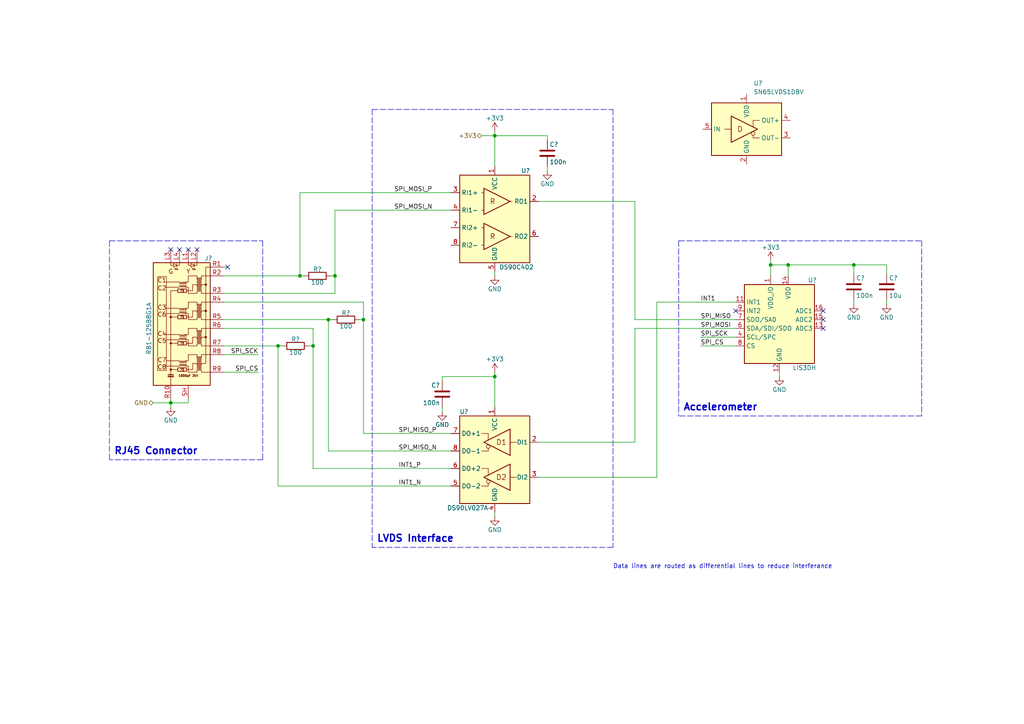
<source format=kicad_sch>
(kicad_sch (version 20211123) (generator eeschema)
  (paper "A4")
  (lib_symbols
    (symbol "Connector:RB1-125B8G1A" (pin_names hide)
      (property "Reference" "J" (at -7.62 20.32 0))
      (property "Value" "RB1-125B8G1A" (at 15.24 20.32 0))
      (symbol "RB1-125B8G1A_0_0"
        (polyline (pts (xy -0.508 -11.938) (xy -2.54 -11.938)))
        (polyline (pts (xy 0 -10.922) (xy -3.81 -10.922)))
        (polyline (pts (xy 0 -9.398) (xy -3.81 -9.398)))
        (polyline (pts (xy 0 -3.302) (xy -3.81 -3.302)))
        (polyline (pts (xy 0 -1.778) (xy -3.81 -1.778)))
        (polyline (pts (xy 0 4.318) (xy -3.81 4.318)))
        (polyline (pts (xy 0 5.842) (xy -3.81 5.842)))
        (polyline (pts (xy 0 11.938) (xy -3.81 11.938)))
        (polyline (pts (xy 0 13.462) (xy -3.81 13.462)))
        (polyline (pts (xy 6.35 5.08) (xy 7.62 5.08)))
        (polyline (pts (xy 7.62 -2.54) (xy 6.35 -2.54)))
        (polyline (pts (xy 7.62 12.7) (xy 6.35 12.7)))
        (polyline (pts (xy 2.032 -11.938) (xy 3.81 -11.938) (xy 3.81 -10.16) (xy 5.08 -10.16)))
        (polyline (pts (xy 2.032 -4.318) (xy 3.81 -4.318) (xy 3.81 -2.54) (xy 5.08 -2.54)))
        (polyline (pts (xy 2.032 3.302) (xy 3.81 3.302) (xy 3.81 5.08) (xy 5.08 5.08)))
        (polyline (pts (xy 2.032 10.922) (xy 3.81 10.922) (xy 3.81 12.7) (xy 5.08 12.7)))
        (text "1000pF 2kV" (at 2.54 -13.716 0) (effects (font (size 0.635 0.635))))
        (text "75" (at 0.762 -11.938 0) (effects (font (size 0.635 0.635))))
        (text "75" (at 0.762 -4.318 0) (effects (font (size 0.635 0.635))))
        (text "75" (at 0.762 3.302 0) (effects (font (size 0.635 0.635))))
        (text "75" (at 0.762 10.922 0) (effects (font (size 0.635 0.635))))
        (text "C1" (at -5.08 13.97 0) (effects (font (size 1.27 1.27))))
        (text "C2" (at -5.08 11.684 0) (effects (font (size 1.27 1.27))))
        (text "C3" (at -5.08 6.096 0) (effects (font (size 1.27 1.27))))
        (text "C4" (at -5.08 -1.524 0) (effects (font (size 1.27 1.27))))
        (text "C5" (at -5.08 -3.556 0) (effects (font (size 1.27 1.27))))
        (text "C6" (at -5.08 4.064 0) (effects (font (size 1.27 1.27))))
        (text "C7" (at -5.08 -9.144 0) (effects (font (size 1.27 1.27))))
        (text "C8" (at -5.08 -11.176 0) (effects (font (size 1.27 1.27))))
        (text "G" (at -2.54 16.51 0) (effects (font (size 1.27 1.27))))
        (text "Y" (at 2.54 16.51 0) (effects (font (size 1.27 1.27))))
      )
      (symbol "RB1-125B8G1A_0_1"
        (rectangle (start -3.81 -12.192) (end -6.35 14.986))
        (circle (center -2.54 -11.938) (radius 0.254) (fill (type outline)))
        (circle (center -2.54 -4.318) (radius 0.254) (fill (type outline)))
        (circle (center -2.54 3.302) (radius 0.254) (fill (type outline)))
        (rectangle (start -0.508 -12.446) (end 2.032 -11.43) (stroke (width 0.2032)))
        (rectangle (start -0.508 -4.826) (end 2.032 -3.81) (stroke (width 0.2032)))
        (rectangle (start -0.508 2.794) (end 2.032 3.81) (stroke (width 0.2032)))
        (rectangle (start -0.508 10.414) (end 2.032 11.43) (stroke (width 0.2032)))
        (arc (start 0 -9.398) (mid 0.254 -9.652) (end 0.508 -9.398))
        (arc (start 0 -1.778) (mid 0.254 -2.032) (end 0.508 -1.778))
        (polyline (pts (xy -3.302 -13.97) (xy -1.778 -13.97)) (stroke (width 0.3302)))
        (polyline (pts (xy -3.302 -13.462) (xy -1.778 -13.462)) (stroke (width 0.3048)))
        (polyline (pts (xy -2.54 -16.51) (xy -2.54 -13.97)))
        (polyline (pts (xy -2.54 3.302) (xy -0.508 3.302)))
        (polyline (pts (xy -1.016 17.018) (xy -1.524 17.526)))
        (polyline (pts (xy -0.762 18.796) (xy -0.762 17.78)))
        (polyline (pts (xy -0.508 -4.318) (xy -2.54 -4.318)))
        (polyline (pts (xy -0.508 17.018) (xy -1.016 17.526)))
        (polyline (pts (xy 0 -10.414) (xy 2.032 -10.414)))
        (polyline (pts (xy 0 -2.794) (xy 2.032 -2.794)))
        (polyline (pts (xy 0 4.826) (xy 2.032 4.826)))
        (polyline (pts (xy 0 12.446) (xy 2.032 12.446)))
        (polyline (pts (xy 2.032 -9.906) (xy 0 -9.906)))
        (polyline (pts (xy 2.032 -2.286) (xy 0 -2.286)))
        (polyline (pts (xy 2.032 5.334) (xy 0 5.334)))
        (polyline (pts (xy 2.032 12.954) (xy 0 12.954)))
        (polyline (pts (xy 4.064 17.018) (xy 3.556 17.526)))
        (polyline (pts (xy 4.318 18.796) (xy 4.318 17.78)))
        (polyline (pts (xy 4.572 17.018) (xy 4.064 17.526)))
        (polyline (pts (xy 5.588 -8.128) (xy 5.588 -12.192)))
        (polyline (pts (xy 5.588 -0.508) (xy 5.588 -4.572)))
        (polyline (pts (xy 5.588 7.112) (xy 5.588 3.048)))
        (polyline (pts (xy 5.588 14.732) (xy 5.588 10.668)))
        (polyline (pts (xy 5.842 -12.192) (xy 5.842 -8.128)))
        (polyline (pts (xy 5.842 -4.572) (xy 5.842 -0.508)))
        (polyline (pts (xy 5.842 3.048) (xy 5.842 7.112)))
        (polyline (pts (xy 5.842 10.668) (xy 5.842 14.732)))
        (polyline (pts (xy -2.54 -13.462) (xy -2.54 10.922) (xy -0.508 10.922)))
        (polyline (pts (xy -2.54 19.05) (xy -2.54 18.288) (xy -1.778 18.288)))
        (polyline (pts (xy -1.016 17.272) (xy -1.016 17.018) (xy -1.27 17.018)))
        (polyline (pts (xy -0.508 17.272) (xy -0.508 17.018) (xy -0.762 17.018)))
        (polyline (pts (xy 0 19.05) (xy 0 18.288) (xy -0.762 18.288)))
        (polyline (pts (xy 2.54 19.05) (xy 2.54 18.288) (xy 3.302 18.288)))
        (polyline (pts (xy 4.064 17.272) (xy 4.064 17.018) (xy 3.81 17.018)))
        (polyline (pts (xy 4.572 17.272) (xy 4.572 17.018) (xy 4.318 17.018)))
        (polyline (pts (xy 5.08 19.05) (xy 5.08 18.288) (xy 4.318 18.288)))
        (polyline (pts (xy 6.35 -12.192) (xy 6.35 -12.7) (xy 8.89 -12.7)))
        (polyline (pts (xy 6.35 -8.128) (xy 6.35 -7.62) (xy 8.89 -7.62)))
        (polyline (pts (xy 6.35 -4.572) (xy 6.35 -5.08) (xy 8.89 -5.08)))
        (polyline (pts (xy 6.35 -0.508) (xy 6.35 0) (xy 8.89 0)))
        (polyline (pts (xy 6.35 3.048) (xy 6.35 2.54) (xy 8.89 2.54)))
        (polyline (pts (xy 6.35 7.112) (xy 6.35 7.62) (xy 8.89 7.62)))
        (polyline (pts (xy 6.35 10.668) (xy 6.35 10.16) (xy 8.89 10.16)))
        (polyline (pts (xy 6.35 14.732) (xy 6.35 15.24) (xy 8.89 15.24)))
        (polyline (pts (xy -0.762 18.288) (xy -1.778 18.796) (xy -1.778 17.78) (xy -0.762 18.288)))
        (polyline (pts (xy 4.318 18.288) (xy 3.302 18.796) (xy 3.302 17.78) (xy 4.318 18.288)))
        (polyline (pts (xy 8.89 17.78) (xy 7.62 17.78) (xy 7.62 -10.16) (xy 6.35 -10.16)))
        (polyline (pts (xy 2.032 -9.398) (xy 2.54 -9.398) (xy 2.54 -7.62) (xy 5.08 -7.62) (xy 5.08 -8.128)))
        (polyline (pts (xy 2.032 -1.778) (xy 2.54 -1.778) (xy 2.54 0) (xy 5.08 0) (xy 5.08 -0.508)))
        (polyline (pts (xy 2.032 5.842) (xy 2.54 5.842) (xy 2.54 7.62) (xy 5.08 7.62) (xy 5.08 7.112)))
        (polyline (pts (xy 2.032 13.462) (xy 2.54 13.462) (xy 2.54 15.24) (xy 5.08 15.24) (xy 5.08 14.732)))
        (polyline (pts (xy 5.08 -12.192) (xy 5.08 -12.7) (xy 2.54 -12.7) (xy 2.54 -10.922) (xy 2.032 -10.922)))
        (polyline (pts (xy 5.08 -4.572) (xy 5.08 -5.08) (xy 2.54 -5.08) (xy 2.54 -3.302) (xy 2.032 -3.302)))
        (polyline (pts (xy 5.08 3.048) (xy 5.08 2.54) (xy 2.54 2.54) (xy 2.54 4.318) (xy 2.032 4.318)))
        (polyline (pts (xy 5.08 10.668) (xy 5.08 10.16) (xy 2.54 10.16) (xy 2.54 11.938) (xy 2.032 11.938)))
        (arc (start 0 5.842) (mid 0.254 5.588) (end 0.508 5.842))
        (arc (start 0 13.462) (mid 0.254 13.208) (end 0.508 13.462))
        (arc (start 0.508 -10.922) (mid 0.254 -10.668) (end 0 -10.922))
        (arc (start 0.508 -9.398) (mid 0.762 -9.652) (end 1.016 -9.398))
        (arc (start 0.508 -3.302) (mid 0.254 -3.048) (end 0 -3.302))
        (arc (start 0.508 -1.778) (mid 0.762 -2.032) (end 1.016 -1.778))
        (arc (start 0.508 4.318) (mid 0.254 4.572) (end 0 4.318))
        (arc (start 0.508 5.842) (mid 0.762 5.588) (end 1.016 5.842))
        (arc (start 0.508 11.938) (mid 0.254 12.192) (end 0 11.938))
        (arc (start 0.508 13.462) (mid 0.762 13.208) (end 1.016 13.462))
        (arc (start 1.016 -10.922) (mid 0.762 -10.668) (end 0.508 -10.922))
        (arc (start 1.016 -9.398) (mid 1.27 -9.652) (end 1.524 -9.398))
        (arc (start 1.016 -3.302) (mid 0.762 -3.048) (end 0.508 -3.302))
        (arc (start 1.016 -1.778) (mid 1.27 -2.032) (end 1.524 -1.778))
        (arc (start 1.016 4.318) (mid 0.762 4.572) (end 0.508 4.318))
        (arc (start 1.016 5.842) (mid 1.27 5.588) (end 1.524 5.842))
        (arc (start 1.016 11.938) (mid 0.762 12.192) (end 0.508 11.938))
        (arc (start 1.016 13.462) (mid 1.27 13.208) (end 1.524 13.462))
        (arc (start 1.524 -10.922) (mid 1.27 -10.668) (end 1.016 -10.922))
        (arc (start 1.524 -9.398) (mid 1.778 -9.652) (end 2.032 -9.398))
        (arc (start 1.524 -3.302) (mid 1.27 -3.048) (end 1.016 -3.302))
        (arc (start 1.524 -1.778) (mid 1.778 -2.032) (end 2.032 -1.778))
        (arc (start 1.524 4.318) (mid 1.27 4.572) (end 1.016 4.318))
        (arc (start 1.524 5.842) (mid 1.778 5.588) (end 2.032 5.842))
        (arc (start 1.524 11.938) (mid 1.27 12.192) (end 1.016 11.938))
        (arc (start 1.524 13.462) (mid 1.778 13.208) (end 2.032 13.462))
        (circle (center 1.778 -10.9474) (radius 0.0762) (stroke (width 0.0254)) (fill (type outline)))
        (circle (center 1.778 -9.3726) (radius 0.0762) (stroke (width 0.0254)) (fill (type outline)))
        (circle (center 1.778 -3.3274) (radius 0.0762) (stroke (width 0.0254)) (fill (type outline)))
        (circle (center 1.778 -1.7526) (radius 0.0762) (stroke (width 0.0254)) (fill (type outline)))
        (circle (center 1.778 4.2926) (radius 0.0762) (stroke (width 0.0254)) (fill (type outline)))
        (circle (center 1.778 5.8674) (radius 0.0762) (stroke (width 0.0254)) (fill (type outline)))
        (circle (center 1.778 11.9126) (radius 0.0762) (stroke (width 0.0254)) (fill (type outline)))
        (circle (center 1.778 13.4874) (radius 0.0762) (stroke (width 0.0254)) (fill (type outline)))
        (arc (start 2.032 -10.922) (mid 1.778 -10.668) (end 1.524 -10.922))
        (arc (start 2.032 -3.302) (mid 1.778 -3.048) (end 1.524 -3.302))
        (arc (start 2.032 4.318) (mid 1.778 4.572) (end 1.524 4.318))
        (arc (start 2.032 11.938) (mid 1.778 12.192) (end 1.524 11.938))
        (circle (center 5.0546 -10.414) (radius 0.0762) (stroke (width 0.0254)) (fill (type outline)))
        (circle (center 5.0546 -8.382) (radius 0.0762) (stroke (width 0.0254)) (fill (type outline)))
        (circle (center 5.0546 -2.794) (radius 0.0762) (stroke (width 0.0254)) (fill (type outline)))
        (circle (center 5.0546 -0.762) (radius 0.0762) (stroke (width 0.0254)) (fill (type outline)))
        (circle (center 5.0546 4.826) (radius 0.0762) (stroke (width 0.0254)) (fill (type outline)))
        (circle (center 5.0546 6.858) (radius 0.0762) (stroke (width 0.0254)) (fill (type outline)))
        (circle (center 5.0546 12.446) (radius 0.0762) (stroke (width 0.0254)) (fill (type outline)))
        (circle (center 5.0546 14.478) (radius 0.0762) (stroke (width 0.0254)) (fill (type outline)))
        (arc (start 5.08 -12.192) (mid 5.334 -11.938) (end 5.08 -11.684))
        (arc (start 5.08 -11.684) (mid 5.334 -11.43) (end 5.08 -11.176))
        (arc (start 5.08 -11.176) (mid 5.334 -10.922) (end 5.08 -10.668))
        (arc (start 5.08 -10.668) (mid 5.334 -10.414) (end 5.08 -10.16))
        (arc (start 5.08 -10.16) (mid 5.334 -9.906) (end 5.08 -9.652))
        (arc (start 5.08 -9.652) (mid 5.334 -9.398) (end 5.08 -9.144))
        (arc (start 5.08 -9.144) (mid 5.334 -8.89) (end 5.08 -8.636))
        (arc (start 5.08 -8.636) (mid 5.334 -8.382) (end 5.08 -8.128))
        (arc (start 5.08 -4.572) (mid 5.334 -4.318) (end 5.08 -4.064))
        (arc (start 5.08 -4.064) (mid 5.334 -3.81) (end 5.08 -3.556))
        (arc (start 5.08 -3.556) (mid 5.334 -3.302) (end 5.08 -3.048))
        (arc (start 5.08 -3.048) (mid 5.334 -2.794) (end 5.08 -2.54))
        (arc (start 5.08 -2.54) (mid 5.334 -2.286) (end 5.08 -2.032))
        (arc (start 5.08 -2.032) (mid 5.334 -1.778) (end 5.08 -1.524))
        (arc (start 5.08 -1.524) (mid 5.334 -1.27) (end 5.08 -1.016))
        (arc (start 5.08 -1.016) (mid 5.334 -0.762) (end 5.08 -0.508))
        (arc (start 5.08 3.048) (mid 5.334 3.302) (end 5.08 3.556))
        (arc (start 5.08 3.556) (mid 5.334 3.81) (end 5.08 4.064))
        (arc (start 5.08 4.064) (mid 5.334 4.318) (end 5.08 4.572))
        (arc (start 5.08 4.572) (mid 5.334 4.826) (end 5.08 5.08))
        (arc (start 5.08 5.08) (mid 5.334 5.334) (end 5.08 5.588))
        (arc (start 5.08 5.588) (mid 5.334 5.842) (end 5.08 6.096))
        (arc (start 5.08 6.096) (mid 5.334 6.35) (end 5.08 6.604))
        (arc (start 5.08 6.604) (mid 5.334 6.858) (end 5.08 7.112))
        (arc (start 5.08 10.668) (mid 5.334 10.922) (end 5.08 11.176))
        (arc (start 5.08 11.176) (mid 5.334 11.43) (end 5.08 11.684))
        (arc (start 5.08 11.684) (mid 5.334 11.938) (end 5.08 12.192))
        (arc (start 5.08 12.192) (mid 5.334 12.446) (end 5.08 12.7))
        (arc (start 5.08 12.7) (mid 5.334 12.954) (end 5.08 13.208))
        (arc (start 5.08 13.208) (mid 5.334 13.462) (end 5.08 13.716))
        (arc (start 5.08 13.716) (mid 5.334 13.97) (end 5.08 14.224))
        (arc (start 5.08 14.224) (mid 5.334 14.478) (end 5.08 14.732))
        (arc (start 6.35 -11.684) (mid 6.096 -11.938) (end 6.35 -12.192))
        (arc (start 6.35 -11.176) (mid 6.096 -11.43) (end 6.35 -11.684))
        (arc (start 6.35 -10.668) (mid 6.096 -10.922) (end 6.35 -11.176))
        (arc (start 6.35 -10.16) (mid 6.096 -10.414) (end 6.35 -10.668))
        (arc (start 6.35 -9.652) (mid 6.096 -9.906) (end 6.35 -10.16))
        (arc (start 6.35 -9.144) (mid 6.096 -9.398) (end 6.35 -9.652))
        (arc (start 6.35 -8.636) (mid 6.096 -8.89) (end 6.35 -9.144))
        (arc (start 6.35 -8.128) (mid 6.096 -8.382) (end 6.35 -8.636))
        (arc (start 6.35 -4.064) (mid 6.096 -4.318) (end 6.35 -4.572))
        (arc (start 6.35 -3.556) (mid 6.096 -3.81) (end 6.35 -4.064))
        (arc (start 6.35 -3.048) (mid 6.096 -3.302) (end 6.35 -3.556))
        (arc (start 6.35 -2.54) (mid 6.096 -2.794) (end 6.35 -3.048))
        (arc (start 6.35 -2.032) (mid 6.096 -2.286) (end 6.35 -2.54))
        (arc (start 6.35 -1.524) (mid 6.096 -1.778) (end 6.35 -2.032))
        (arc (start 6.35 -1.016) (mid 6.096 -1.27) (end 6.35 -1.524))
        (arc (start 6.35 -0.508) (mid 6.096 -0.762) (end 6.35 -1.016))
        (arc (start 6.35 3.556) (mid 6.096 3.302) (end 6.35 3.048))
        (arc (start 6.35 4.064) (mid 6.096 3.81) (end 6.35 3.556))
        (arc (start 6.35 4.572) (mid 6.096 4.318) (end 6.35 4.064))
        (arc (start 6.35 5.08) (mid 6.096 4.826) (end 6.35 4.572))
        (arc (start 6.35 5.588) (mid 6.096 5.334) (end 6.35 5.08))
        (arc (start 6.35 6.096) (mid 6.096 5.842) (end 6.35 5.588))
        (arc (start 6.35 6.604) (mid 6.096 6.35) (end 6.35 6.096))
        (arc (start 6.35 7.112) (mid 6.096 6.858) (end 6.35 6.604))
        (arc (start 6.35 11.176) (mid 6.096 10.922) (end 6.35 10.668))
        (arc (start 6.35 11.684) (mid 6.096 11.43) (end 6.35 11.176))
        (arc (start 6.35 12.192) (mid 6.096 11.938) (end 6.35 11.684))
        (arc (start 6.35 12.7) (mid 6.096 12.446) (end 6.35 12.192))
        (arc (start 6.35 13.208) (mid 6.096 12.954) (end 6.35 12.7))
        (arc (start 6.35 13.716) (mid 6.096 13.462) (end 6.35 13.208))
        (arc (start 6.35 14.224) (mid 6.096 13.97) (end 6.35 13.716))
        (arc (start 6.35 14.732) (mid 6.096 14.478) (end 6.35 14.224))
        (circle (center 6.3754 -10.414) (radius 0.0762) (stroke (width 0.0254)) (fill (type outline)))
        (circle (center 6.3754 -8.382) (radius 0.0762) (stroke (width 0.0254)) (fill (type outline)))
        (circle (center 6.3754 -2.794) (radius 0.0762) (stroke (width 0.0254)) (fill (type outline)))
        (circle (center 6.3754 -0.762) (radius 0.0762) (stroke (width 0.0254)) (fill (type outline)))
        (circle (center 6.3754 4.826) (radius 0.0762) (stroke (width 0.0254)) (fill (type outline)))
        (circle (center 6.3754 6.858) (radius 0.0762) (stroke (width 0.0254)) (fill (type outline)))
        (circle (center 6.3754 12.446) (radius 0.0762) (stroke (width 0.0254)) (fill (type outline)))
        (circle (center 6.3754 14.478) (radius 0.0762) (stroke (width 0.0254)) (fill (type outline)))
        (circle (center 7.62 -2.54) (radius 0.254) (fill (type outline)))
        (circle (center 7.62 5.08) (radius 0.254) (fill (type outline)))
        (circle (center 7.62 12.7) (radius 0.254) (fill (type outline)))
        (rectangle (start 8.89 19.05) (end -7.62 -16.51) (stroke (width 0.254)) (fill (type background)))
        (pin power_in line (at -2.54 -20.32 90) (length 3.81) (name "GND") (number "R10"))
      )
      (symbol "RB1-125B8G1A_1_1"
        (pin passive line (at 2.54 22.86 270) (length 3.81) (name "~") (number "L1"))
        (pin passive line (at 5.08 22.86 270) (length 3.81) (name "~") (number "L2"))
        (pin passive line (at -2.54 22.86 270) (length 3.81) (name "~") (number "L3"))
        (pin passive line (at 0 22.86 270) (length 3.81) (name "~") (number "L4"))
        (pin passive line (at 12.7 17.78 180) (length 3.81) (name "CT") (number "R1"))
        (pin passive line (at 12.7 15.24 180) (length 3.81) (name "TD1+") (number "R2"))
        (pin passive line (at 12.7 10.16 180) (length 3.81) (name "TD1-") (number "R3"))
        (pin passive line (at 12.7 7.62 180) (length 3.81) (name "TD2+") (number "R4"))
        (pin passive line (at 12.7 2.54 180) (length 3.81) (name "TD2-") (number "R5"))
        (pin passive line (at 12.7 0 180) (length 3.81) (name "TD3+") (number "R6"))
        (pin passive line (at 12.7 -5.08 180) (length 3.81) (name "TD3-") (number "R7"))
        (pin passive line (at 12.7 -7.62 180) (length 3.81) (name "TD4+") (number "R8"))
        (pin passive line (at 12.7 -12.7 180) (length 3.81) (name "TD4-") (number "R9"))
        (pin passive line (at 2.54 -20.32 90) (length 3.81) (name "SH") (number "SH"))
      )
    )
    (symbol "Device:C" (pin_numbers hide) (pin_names (offset 0.254))
      (property "Reference" "C" (at 0.635 2.54 0))
      (property "Value" "C" (at 0.635 -2.54 0))
      (symbol "C_0_1"
        (polyline (pts (xy -2.032 -0.762) (xy 2.032 -0.762)) (stroke (width 0.508)))
        (polyline (pts (xy -2.032 0.762) (xy 2.032 0.762)) (stroke (width 0.508)))
      )
      (symbol "C_1_1"
        (pin passive line (at 0 3.81 270) (length 2.794) (name "~") (number "1"))
        (pin passive line (at 0 -3.81 90) (length 2.794) (name "~") (number "2"))
      )
    )
    (symbol "Device:R" (pin_numbers hide) (pin_names (offset 0))
      (property "Reference" "R" (at 2.032 0 90))
      (property "Value" "R" (at 0 0 90))
      (symbol "R_0_1"
        (rectangle (start -1.016 -2.54) (end 1.016 2.54) (stroke (width 0.254)))
      )
      (symbol "R_1_1"
        (pin passive line (at 0 3.81 270) (length 1.27) (name "~") (number "1"))
        (pin passive line (at 0 -3.81 90) (length 1.27) (name "~") (number "2"))
      )
    )
    (symbol "Interface:DS90C402"
      (property "Reference" "U" (at -10.16 13.97 0))
      (property "Value" "DS90C402" (at 1.27 13.97 0))
      (symbol "DS90C402_0_1"
        (rectangle (start -10.16 12.7) (end 10.16 -12.7) (stroke (width 0.254)) (fill (type background)))
      )
      (symbol "DS90C402_1_0"
        (text "R" (at -0.635 -5.08 0) (effects (font (size 1.524 1.524))))
        (text "R" (at -0.635 5.08 0) (effects (font (size 1.524 1.524))))
      )
      (symbol "DS90C402_1_1"
        (polyline (pts (xy -3.81 -7.62) (xy -3.175 -7.62)))
        (polyline (pts (xy -3.81 -2.54) (xy -3.175 -2.54)))
        (polyline (pts (xy -3.81 2.54) (xy -3.175 2.54)))
        (polyline (pts (xy -3.81 7.62) (xy -3.175 7.62)))
        (polyline (pts (xy 5.08 -5.08) (xy 4.445 -5.08)))
        (polyline (pts (xy 5.08 5.08) (xy 4.445 5.08)))
        (polyline (pts (xy -3.175 -8.89) (xy -3.175 -1.27) (xy 4.445 -5.08) (xy -3.175 -8.89)) (stroke (width 0.254)))
        (polyline (pts (xy -3.175 1.27) (xy -3.175 8.89) (xy 4.445 5.08) (xy -3.175 1.27)) (stroke (width 0.254)))
        (pin power_in line (at 0 15.24 270) (length 2.54) (name "VCC") (number "1"))
        (pin output line (at 12.7 5.08 180) (length 2.54) (name "RO1") (number "2"))
        (pin input line (at -12.7 7.62 0) (length 2.54) (name "RI1+") (number "3"))
        (pin input line (at -12.7 2.54 0) (length 2.54) (name "RI1-") (number "4"))
        (pin power_in line (at 0 -15.24 90) (length 2.54) (name "GND") (number "5"))
        (pin output line (at 12.7 -5.08 180) (length 2.54) (name "RO2") (number "6"))
        (pin input line (at -12.7 -2.54 0) (length 2.54) (name "RI2+") (number "7"))
        (pin input line (at -12.7 -7.62 0) (length 2.54) (name "RI2-") (number "8"))
      )
    )
    (symbol "Interface:DS90LV027A"
      (property "Reference" "U" (at -10.16 13.97 0))
      (property "Value" "DS90LV027A" (at 1.27 13.97 0))
      (symbol "DS90LV027A_1_0"
        (rectangle (start -10.16 12.7) (end 10.16 -12.7) (stroke (width 0.254)) (fill (type background)))
        (polyline (pts (xy 1.905 -6.858) (xy 1.905 -7.62)))
        (polyline (pts (xy 1.905 -4.445) (xy 1.905 -2.54)))
        (polyline (pts (xy 1.905 3.302) (xy 1.905 2.54)))
        (polyline (pts (xy 1.905 5.715) (xy 1.905 7.62)))
        (circle (center 1.905 -6.35) (radius 0.508))
        (circle (center 1.905 3.81) (radius 0.508))
        (text "D1" (at -1.905 5.08 0) (effects (font (size 1.524 1.524))))
        (text "D2" (at -1.905 -5.08 0) (effects (font (size 1.524 1.524))))
      )
      (symbol "DS90LV027A_1_1"
        (polyline (pts (xy -6.35 -5.08) (xy -4.445 -5.08)))
        (polyline (pts (xy -6.35 5.08) (xy -4.445 5.08)))
        (polyline (pts (xy 1.905 -7.62) (xy 3.81 -7.62)))
        (polyline (pts (xy 1.905 2.54) (xy 3.81 2.54)))
        (polyline (pts (xy 3.81 -2.54) (xy 1.905 -2.54)))
        (polyline (pts (xy 3.81 7.62) (xy 1.905 7.62)))
        (polyline (pts (xy -4.445 -8.89) (xy -4.445 -1.27) (xy 3.175 -5.08) (xy -4.445 -8.89)) (stroke (width 0.254)))
        (polyline (pts (xy -4.445 1.27) (xy -4.445 8.89) (xy 3.175 5.08) (xy -4.445 1.27)) (stroke (width 0.254)))
        (pin power_in line (at 0 15.24 270) (length 2.54) (name "VCC") (number "1"))
        (pin input line (at -12.7 5.08 0) (length 2.54) (name "DI1") (number "2"))
        (pin input line (at -12.7 -5.08 0) (length 2.54) (name "DI2") (number "3"))
        (pin power_in line (at 0 -15.24 90) (length 2.54) (name "GND") (number "4"))
        (pin output line (at 12.7 -7.62 180) (length 2.54) (name "DO-2") (number "5"))
        (pin output line (at 12.7 -2.54 180) (length 2.54) (name "DO+2") (number "6"))
        (pin output line (at 12.7 7.62 180) (length 2.54) (name "DO+1") (number "7"))
        (pin output line (at 12.7 2.54 180) (length 2.54) (name "DO-1") (number "8"))
      )
    )
    (symbol "Interface:SN65LVDS1DBV"
      (property "Reference" "U" (at -8.89 8.89 0))
      (property "Value" "SN65LVDS1DBV" (at 1.27 8.89 0))
      (symbol "SN65LVDS1DBV_1_0"
        (rectangle (start -10.16 7.62) (end 10.16 -7.62) (stroke (width 0.254)) (fill (type background)))
        (polyline (pts (xy 1.905 -1.778) (xy 1.905 -2.54)))
        (polyline (pts (xy 1.905 0.635) (xy 1.905 2.54)))
        (circle (center 1.905 -1.27) (radius 0.508))
        (text "D" (at -1.905 0 0) (effects (font (size 1.524 1.524))))
      )
      (symbol "SN65LVDS1DBV_1_1"
        (polyline (pts (xy -6.35 0) (xy -4.445 0)))
        (polyline (pts (xy 1.905 -2.54) (xy 3.81 -2.54)))
        (polyline (pts (xy 3.81 2.54) (xy 1.905 2.54)))
        (polyline (pts (xy -4.445 -3.81) (xy -4.445 3.81) (xy 3.175 0) (xy -4.445 -3.81)) (stroke (width 0.254)))
        (pin power_in line (at 0 10.16 270) (length 2.54) (name "VDD") (number "1"))
        (pin power_in line (at 0 -10.16 90) (length 2.54) (name "GND") (number "2"))
        (pin output line (at 12.7 -2.54 180) (length 2.54) (name "OUT-") (number "3"))
        (pin output line (at 12.7 2.54 180) (length 2.54) (name "OUT+") (number "4"))
        (pin input line (at -12.7 0 0) (length 2.54) (name "IN") (number "5"))
      )
    )
    (symbol "Sensor_Motion:LIS3DH"
      (property "Reference" "U" (at -7.62 11.43 0))
      (property "Value" "LIS3DH" (at 6.35 11.43 0))
      (symbol "LIS3DH_0_1"
        (rectangle (start -10.16 10.16) (end 10.16 -12.7) (stroke (width 0.254)) (fill (type background)))
      )
      (symbol "LIS3DH_1_1"
        (pin power_in line (at -2.54 12.7 270) (length 2.54) (name "VDD_IO") (number "1"))
        (pin passive line (at 0 -15.24 90) (length 2.54) hide (name "GND") (number "10"))
        (pin output line (at -12.7 5.08 0) (length 2.54) (name "INT1") (number "11"))
        (pin power_in line (at 0 -15.24 90) (length 2.54) (name "GND") (number "12"))
        (pin input line (at 12.7 -2.54 180) (length 2.54) (name "ADC3") (number "13"))
        (pin power_in line (at 2.54 12.7 270) (length 2.54) (name "VDD") (number "14"))
        (pin input line (at 12.7 0 180) (length 2.54) (name "ADC2") (number "15"))
        (pin input line (at 12.7 2.54 180) (length 2.54) (name "ADC1") (number "16"))
        (pin no_connect line (at 10.16 5.08 180) (length 2.54) hide (name "NC") (number "2"))
        (pin no_connect line (at 10.16 7.62 180) (length 2.54) hide (name "NC") (number "3"))
        (pin input line (at -12.7 -5.08 0) (length 2.54) (name "SCL/SPC") (number "4"))
        (pin passive line (at 0 -15.24 90) (length 2.54) hide (name "GND") (number "5"))
        (pin bidirectional line (at -12.7 -2.54 0) (length 2.54) (name "SDA/SDI/SDO") (number "6"))
        (pin bidirectional line (at -12.7 0 0) (length 2.54) (name "SDO/SA0") (number "7"))
        (pin input line (at -12.7 -7.62 0) (length 2.54) (name "CS") (number "8"))
        (pin output line (at -12.7 2.54 0) (length 2.54) (name "INT2") (number "9"))
      )
    )
    (symbol "power:+3.3V" (power) (pin_names (offset 0))
      (property "Value" "+3.3V" (at 0 3.556 0))
      (symbol "+3.3V_0_1"
        (polyline (pts (xy -0.762 1.27) (xy 0 2.54)))
        (polyline (pts (xy 0 0) (xy 0 2.54)))
        (polyline (pts (xy 0 2.54) (xy 0.762 1.27)))
      )
      (symbol "+3.3V_1_1"
        (pin power_in line (at 0 0 90) (length 0) hide (name "+3V3") (number "1"))
      )
    )
    (symbol "power:GND" (power) (pin_names (offset 0))
      (property "Value" "GND" (at 0 -3.81 0))
      (symbol "GND_0_1"
        (polyline (pts (xy 0 0) (xy 0 -1.27) (xy 1.27 -1.27) (xy 0 -2.54) (xy -1.27 -1.27) (xy 0 -1.27)))
      )
      (symbol "GND_1_1"
        (pin power_in line (at 0 0 270) (length 0) hide (name "GND") (number "1"))
      )
    )
  )
  (junction (at 80.645 100.33))
  (junction (at 143.51 39.37))
  (junction (at 247.65 76.835))
  (junction (at 143.51 109.22))
  (junction (at 97.155 80.01))
  (junction (at 49.53 116.84))
  (junction (at 95.25 92.71))
  (junction (at 105.41 92.71))
  (junction (at 223.52 76.835))
  (junction (at 86.995 80.01))
  (junction (at 228.6 76.835))
  (junction (at 90.805 100.33))
  (no_connect (at 213.36 90.17))
  (no_connect (at 238.76 92.71))
  (no_connect (at 238.76 95.25))
  (no_connect (at 238.76 90.17))
  (no_connect (at 52.07 72.39))
  (no_connect (at 49.53 72.39))
  (no_connect (at 57.15 72.39))
  (no_connect (at 66.04 77.47))
  (no_connect (at 54.61 72.39))
  (wire (pts (xy 97.155 60.96) (xy 130.81 60.96)))
  (wire (pts (xy 228.6 76.835) (xy 228.6 80.01)))
  (wire (pts (xy 105.41 125.73) (xy 130.81 125.73)))
  (wire (pts (xy 156.21 138.43) (xy 190.5 138.43)))
  (wire (pts (xy 213.36 100.33) (xy 203.2 100.33)))
  (polyline (pts (xy 177.8 158.75) (xy 107.95 158.75)))
  (polyline (pts (xy 31.75 69.85) (xy 76.2 69.85)))
  (wire (pts (xy 64.77 95.25) (xy 90.805 95.25)))
  (polyline (pts (xy 31.75 69.85) (xy 31.75 133.35)))
  (wire (pts (xy 95.25 130.81) (xy 130.81 130.81)))
  (wire (pts (xy 143.51 149.86) (xy 143.51 148.59)))
  (wire (pts (xy 143.51 107.95) (xy 143.51 109.22)))
  (wire (pts (xy 49.53 115.57) (xy 49.53 116.84)))
  (wire (pts (xy 184.15 92.71) (xy 213.36 92.71)))
  (wire (pts (xy 158.75 39.37) (xy 158.75 40.64)))
  (wire (pts (xy 80.645 140.97) (xy 130.81 140.97)))
  (wire (pts (xy 257.175 88.265) (xy 257.175 86.995)))
  (wire (pts (xy 139.7 39.37) (xy 143.51 39.37)))
  (polyline (pts (xy 76.2 133.35) (xy 31.75 133.35)))
  (wire (pts (xy 143.51 109.22) (xy 128.27 109.22)))
  (wire (pts (xy 54.61 115.57) (xy 54.61 116.84)))
  (wire (pts (xy 223.52 76.835) (xy 223.52 80.01)))
  (wire (pts (xy 143.51 38.1) (xy 143.51 39.37)))
  (polyline (pts (xy 107.95 31.75) (xy 177.8 31.75)))
  (wire (pts (xy 64.77 80.01) (xy 86.995 80.01)))
  (wire (pts (xy 89.535 100.33) (xy 90.805 100.33)))
  (wire (pts (xy 158.75 49.53) (xy 158.75 48.26)))
  (wire (pts (xy 54.61 116.84) (xy 49.53 116.84)))
  (wire (pts (xy 64.77 87.63) (xy 105.41 87.63)))
  (wire (pts (xy 184.15 58.42) (xy 184.15 92.71)))
  (wire (pts (xy 80.645 100.33) (xy 80.645 140.97)))
  (wire (pts (xy 64.77 77.47) (xy 66.04 77.47)))
  (wire (pts (xy 143.51 80.01) (xy 143.51 78.74)))
  (wire (pts (xy 90.805 135.89) (xy 130.81 135.89)))
  (wire (pts (xy 156.21 58.42) (xy 184.15 58.42)))
  (wire (pts (xy 86.995 55.88) (xy 130.81 55.88)))
  (wire (pts (xy 105.41 87.63) (xy 105.41 92.71)))
  (wire (pts (xy 64.77 92.71) (xy 95.25 92.71)))
  (wire (pts (xy 74.93 107.95) (xy 64.77 107.95)))
  (wire (pts (xy 128.27 119.38) (xy 128.27 118.11)))
  (polyline (pts (xy 177.8 31.75) (xy 177.8 158.75)))
  (polyline (pts (xy 196.85 69.85) (xy 267.335 69.85)))
  (wire (pts (xy 143.51 39.37) (xy 158.75 39.37)))
  (wire (pts (xy 86.995 55.88) (xy 86.995 80.01)))
  (wire (pts (xy 97.155 85.09) (xy 97.155 80.01)))
  (wire (pts (xy 184.15 128.27) (xy 184.15 95.25)))
  (wire (pts (xy 190.5 138.43) (xy 190.5 87.63)))
  (wire (pts (xy 156.21 128.27) (xy 184.15 128.27)))
  (wire (pts (xy 64.77 102.87) (xy 74.93 102.87)))
  (polyline (pts (xy 76.2 69.85) (xy 76.2 133.35)))
  (wire (pts (xy 247.65 76.835) (xy 247.65 79.375)))
  (wire (pts (xy 95.25 92.71) (xy 96.52 92.71)))
  (wire (pts (xy 223.52 75.565) (xy 223.52 76.835)))
  (wire (pts (xy 80.645 100.33) (xy 81.915 100.33)))
  (wire (pts (xy 97.155 60.96) (xy 97.155 80.01)))
  (wire (pts (xy 104.14 92.71) (xy 105.41 92.71)))
  (polyline (pts (xy 267.335 120.65) (xy 196.85 120.65)))
  (wire (pts (xy 49.53 116.84) (xy 49.53 118.11)))
  (wire (pts (xy 143.51 39.37) (xy 143.51 48.26)))
  (wire (pts (xy 95.885 80.01) (xy 97.155 80.01)))
  (wire (pts (xy 90.805 95.25) (xy 90.805 100.33)))
  (wire (pts (xy 64.77 85.09) (xy 97.155 85.09)))
  (wire (pts (xy 203.2 97.79) (xy 213.36 97.79)))
  (wire (pts (xy 228.6 76.835) (xy 247.65 76.835)))
  (wire (pts (xy 247.65 76.835) (xy 257.175 76.835)))
  (wire (pts (xy 226.06 109.22) (xy 226.06 107.95)))
  (wire (pts (xy 257.175 76.835) (xy 257.175 79.375)))
  (polyline (pts (xy 196.85 69.85) (xy 196.85 120.65)))
  (wire (pts (xy 223.52 76.835) (xy 228.6 76.835)))
  (wire (pts (xy 143.51 109.22) (xy 143.51 118.11)))
  (wire (pts (xy 44.45 116.84) (xy 49.53 116.84)))
  (wire (pts (xy 90.805 100.33) (xy 90.805 135.89)))
  (wire (pts (xy 64.77 100.33) (xy 80.645 100.33)))
  (wire (pts (xy 184.15 95.25) (xy 213.36 95.25)))
  (polyline (pts (xy 107.95 31.75) (xy 107.95 158.75)))
  (wire (pts (xy 128.27 109.22) (xy 128.27 110.49)))
  (wire (pts (xy 190.5 87.63) (xy 213.36 87.63)))
  (wire (pts (xy 247.65 88.265) (xy 247.65 86.995)))
  (polyline (pts (xy 267.335 69.85) (xy 267.335 120.65)))
  (wire (pts (xy 86.995 80.01) (xy 88.265 80.01)))
  (wire (pts (xy 95.25 92.71) (xy 95.25 130.81)))
  (wire (pts (xy 105.41 92.71) (xy 105.41 125.73)))
  (text "Accelerometer" (at 198.12 119.38 0) (effects (font (size 2 2) (thickness 0.4) bold) (justify left bottom)))
  (text "RJ45 Connector" (at 33.02 132.08 0) (effects (font (size 2 2) (thickness 0.4) bold) (justify left bottom)))
  (text "LVDS Interface" (at 109.22 157.48 0) (effects (font (size 2 2) (thickness 0.4) bold) (justify left bottom)))
  (text "Data lines are routed as differential lines to reduce interferance" (at 177.8 165.1 0) (effects (font (size 1.27 1.27)) (justify left bottom)))
  (label "SPI_MISO_N" (at 115.57 130.81 0))
  (label "SPI_MOSI_P" (at 114.3 55.88 0))
  (label "SPI_MOSI" (at 203.2 95.25 0))
  (label "SPI_MISO_P" (at 115.57 125.73 0))
  (label "SPI_CS" (at 203.2 100.33 0))
  (label "SPI_SCK" (at 203.2 97.79 0))
  (label "SPI_CS" (at 74.93 107.95 180))
  (label "SPI_MOSI_N" (at 114.3 60.96 0))
  (label "SPI_MISO" (at 203.2 92.71 0))
  (label "SPI_SCK" (at 74.93 102.87 180))
  (label "INT1_N" (at 115.57 140.97 0))
  (label "INT1" (at 203.2 87.63 0))
  (label "INT1_P" (at 115.57 135.89 0))
  (hierarchical_label "GND" (shape bidirectional) (at 44.45 116.84 180))
  (hierarchical_label "+3V3" (shape bidirectional) (at 139.7 39.37 180))
  (symbol (lib_id "Device:C") (at 247.65 83.185 0) (unit 1)
    (property "Reference" "C?" (at 248.285 80.645 0) (effects (justify left)))
    (property "Value" "100n" (at 248.285 85.725 0) (effects (justify left)))
  )
  (symbol (lib_id "Device:R") (at 85.725 100.33 90) (unit 1)
    (property "Reference" "R?" (at 85.725 98.425 90))
    (property "Value" "100" (at 85.725 102.235 90))
  )
  (symbol (lib_id "power:GND") (at 257.175 88.265 0) (unit 1)
    (property "Reference" "#PWR?" (effects hide))
    (property "Value" "GND" (at 257.175 92.075 0))
  )
  (symbol (lib_id "Device:C") (at 257.175 83.185 0) (unit 1)
    (property "Reference" "C?" (at 257.81 80.645 0) (effects (justify left)))
    (property "Value" "10u" (at 257.81 85.725 0) (effects (justify left)))
  )
  (symbol (lib_id "Sensor_Motion:LIS3DH") (at 226.06 92.71 0) (unit 1)
    (property "Reference" "U?" (at 234.315 81.28 0) (effects (justify left)))
    (property "Value" "LIS3DH" (at 229.87 106.68 0) (effects (justify left)))
    (property "Footprint" "Package_LGA:LGA-16_3x3mm_P0.5mm_LayoutBorder3x5y" (effects hide))
    (property "Datasheet" "https://www.st.com/resource/en/datasheet/cd00274221.pdf" (effects hide))
  )
  (symbol (lib_id "power:GND") (at 128.27 119.38 0) (mirror y) (unit 1)
    (property "Reference" "#PWR?" (effects hide))
    (property "Value" "GND" (at 128.27 123.19 0))
  )
  (symbol (lib_id "Device:C") (at 128.27 114.3 0) (mirror y) (unit 1)
    (property "Reference" "C?" (at 127.635 111.76 0) (effects (justify left)))
    (property "Value" "100n" (at 127.635 116.84 0) (effects (justify left)))
  )
  (symbol (lib_id "Connector:RB1-125B8G1A") (at 52.07 95.25 0) (unit 1)
    (property "Reference" "J?" (at 61.595 74.93 0) (effects (justify right)))
    (property "Value" "RB1-125B8G1A" (at 43.18 87.63 90) (effects (justify right)))
    (property "Footprint" "Connector_RJ:RJ45_UDE_RB1-125B8G1A" (effects hide))
    (property "Datasheet" "https://datasheet.lcsc.com/szlcsc/1901091107_UDE-Corp-RB1-125B8G1A_C363353.pdf" (effects hide))
  )
  (symbol (lib_id "Device:R") (at 100.33 92.71 90) (unit 1)
    (property "Reference" "R?" (at 100.33 90.805 90))
    (property "Value" "100" (at 100.33 94.615 90))
  )
  (symbol (lib_id "Interface:SN65LVDS1DBV") (at 216.535 37.465 0) (unit 1)
    (property "Reference" "U?" (at 218.5544 24.13 0) (effects (justify left)))
    (property "Value" "SN65LVDS1DBV" (at 218.5544 26.67 0) (effects (justify left)))
    (property "Footprint" "Package_TO_SOT_SMD:SOT-23-5" (effects hide))
    (property "Datasheet" "http://www.ti.com/lit/ds/symlink/sn65lvds1.pdf" (effects hide))
  )
  (symbol (lib_id "Interface:DS90C402") (at 143.51 63.5 0) (unit 1)
    (property "Reference" "U?" (at 151.13 49.53 0) (effects (justify left)))
    (property "Value" "DS90C402" (at 144.78 77.47 0) (effects (justify left)))
    (property "Footprint" "Package_SO:SOIC-8_3.9x4.9mm_P1.27mm" (effects hide))
    (property "Datasheet" "http://www.ti.com/lit/ds/symlink/ds90c402.pdf" (effects hide))
  )
  (symbol (lib_id "power:GND") (at 226.06 109.22 0) (unit 1)
    (property "Reference" "#PWR?" (effects hide))
    (property "Value" "GND" (at 226.06 113.03 0))
  )
  (symbol (lib_id "Device:R") (at 92.075 80.01 90) (unit 1)
    (property "Reference" "R?" (at 92.075 78.105 90))
    (property "Value" "100" (at 92.075 81.915 90))
  )
  (symbol (lib_id "power:+3.3V") (at 143.51 38.1 0) (unit 1)
    (property "Reference" "#PWR?" (effects hide))
    (property "Value" "+3.3V" (at 143.51 34.29 0))
  )
  (symbol (lib_id "power:GND") (at 49.53 118.11 0) (unit 1)
    (property "Reference" "#PWR?" (effects hide))
    (property "Value" "GND" (at 49.53 121.92 0))
  )
  (symbol (lib_id "Interface:DS90LV027A") (at 143.51 133.35 0) (mirror y) (unit 1)
    (property "Reference" "U?" (at 135.89 119.38 0) (effects (justify left)))
    (property "Value" "DS90LV027A" (at 141.605 147.32 0) (effects (justify left)))
    (property "Footprint" "Package_SO:SOIC-8_3.9x4.9mm_P1.27mm" (effects hide))
    (property "Datasheet" "http://www.ti.com/lit/ds/symlink/ds90lv027a.pdf" (effects hide))
  )
  (symbol (lib_id "power:GND") (at 143.51 149.86 0) (mirror y) (unit 1)
    (property "Reference" "#PWR?" (effects hide))
    (property "Value" "GND" (at 143.51 153.67 0))
  )
  (symbol (lib_id "power:+3.3V") (at 223.52 75.565 0) (unit 1)
    (property "Reference" "#PWR?" (effects hide))
    (property "Value" "+3.3V" (at 223.52 71.755 0))
  )
  (symbol (lib_id "power:+3.3V") (at 143.51 107.95 0) (mirror y) (unit 1)
    (property "Reference" "#PWR?" (effects hide))
    (property "Value" "+3.3V" (at 143.51 104.14 0))
  )
  (symbol (lib_id "power:GND") (at 143.51 80.01 0) (unit 1)
    (property "Reference" "#PWR?" (effects hide))
    (property "Value" "GND" (at 143.51 83.82 0))
  )
  (symbol (lib_id "power:GND") (at 247.65 88.265 0) (unit 1)
    (property "Reference" "#PWR?" (effects hide))
    (property "Value" "GND" (at 247.65 92.075 0))
  )
  (symbol (lib_id "power:GND") (at 158.75 49.53 0) (unit 1)
    (property "Reference" "#PWR?" (effects hide))
    (property "Value" "GND" (at 158.75 53.34 0))
  )
  (symbol (lib_id "Device:C") (at 158.75 44.45 0) (unit 1)
    (property "Reference" "C?" (at 159.385 41.91 0) (effects (justify left)))
    (property "Value" "100n" (at 159.385 46.99 0) (effects (justify left)))
  )
)
</source>
